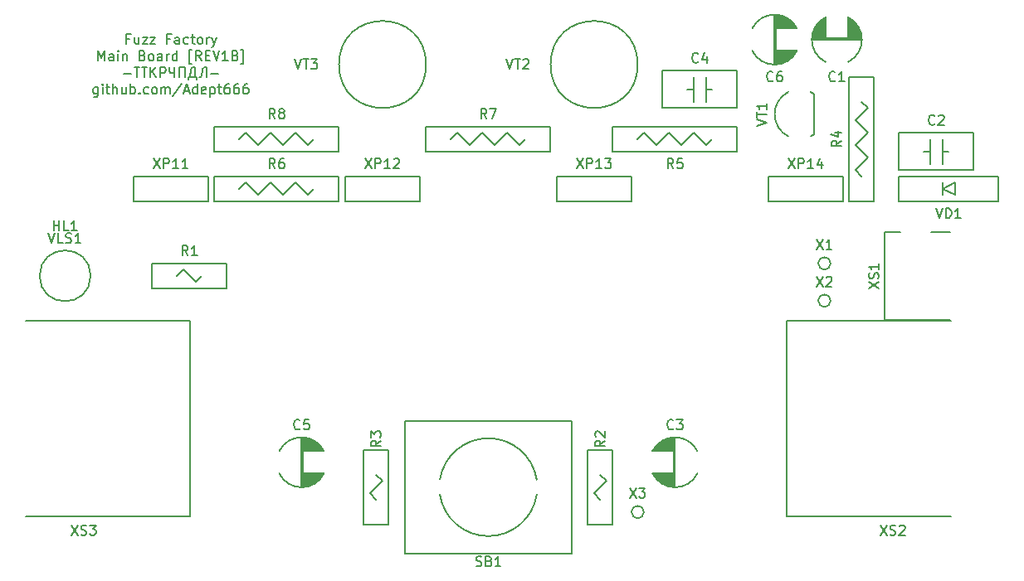
<source format=gbr>
G04 #@! TF.GenerationSoftware,KiCad,Pcbnew,5.1.6-c6e7f7d~87~ubuntu19.10.1*
G04 #@! TF.CreationDate,2021-07-04T19:22:05+06:00*
G04 #@! TF.ProjectId,fuzz_factory_r1b_r1b,66757a7a-5f66-4616-9374-6f72795f7231,MB:1B/PB:1B*
G04 #@! TF.SameCoordinates,Original*
G04 #@! TF.FileFunction,Legend,Top*
G04 #@! TF.FilePolarity,Positive*
%FSLAX46Y46*%
G04 Gerber Fmt 4.6, Leading zero omitted, Abs format (unit mm)*
G04 Created by KiCad (PCBNEW 5.1.6-c6e7f7d~87~ubuntu19.10.1) date 2021-07-04 19:22:05*
%MOMM*%
%LPD*%
G01*
G04 APERTURE LIST*
%ADD10C,0.200000*%
G04 APERTURE END LIST*
D10*
X110696904Y-90088571D02*
X110363571Y-90088571D01*
X110363571Y-90612380D02*
X110363571Y-89612380D01*
X110839761Y-89612380D01*
X111649285Y-89945714D02*
X111649285Y-90612380D01*
X111220714Y-89945714D02*
X111220714Y-90469523D01*
X111268333Y-90564761D01*
X111363571Y-90612380D01*
X111506428Y-90612380D01*
X111601666Y-90564761D01*
X111649285Y-90517142D01*
X112030238Y-89945714D02*
X112554047Y-89945714D01*
X112030238Y-90612380D01*
X112554047Y-90612380D01*
X112839761Y-89945714D02*
X113363571Y-89945714D01*
X112839761Y-90612380D01*
X113363571Y-90612380D01*
X114839761Y-90088571D02*
X114506428Y-90088571D01*
X114506428Y-90612380D02*
X114506428Y-89612380D01*
X114982619Y-89612380D01*
X115792142Y-90612380D02*
X115792142Y-90088571D01*
X115744523Y-89993333D01*
X115649285Y-89945714D01*
X115458809Y-89945714D01*
X115363571Y-89993333D01*
X115792142Y-90564761D02*
X115696904Y-90612380D01*
X115458809Y-90612380D01*
X115363571Y-90564761D01*
X115315952Y-90469523D01*
X115315952Y-90374285D01*
X115363571Y-90279047D01*
X115458809Y-90231428D01*
X115696904Y-90231428D01*
X115792142Y-90183809D01*
X116696904Y-90564761D02*
X116601666Y-90612380D01*
X116411190Y-90612380D01*
X116315952Y-90564761D01*
X116268333Y-90517142D01*
X116220714Y-90421904D01*
X116220714Y-90136190D01*
X116268333Y-90040952D01*
X116315952Y-89993333D01*
X116411190Y-89945714D01*
X116601666Y-89945714D01*
X116696904Y-89993333D01*
X116982619Y-89945714D02*
X117363571Y-89945714D01*
X117125476Y-89612380D02*
X117125476Y-90469523D01*
X117173095Y-90564761D01*
X117268333Y-90612380D01*
X117363571Y-90612380D01*
X117839761Y-90612380D02*
X117744523Y-90564761D01*
X117696904Y-90517142D01*
X117649285Y-90421904D01*
X117649285Y-90136190D01*
X117696904Y-90040952D01*
X117744523Y-89993333D01*
X117839761Y-89945714D01*
X117982619Y-89945714D01*
X118077857Y-89993333D01*
X118125476Y-90040952D01*
X118173095Y-90136190D01*
X118173095Y-90421904D01*
X118125476Y-90517142D01*
X118077857Y-90564761D01*
X117982619Y-90612380D01*
X117839761Y-90612380D01*
X118601666Y-90612380D02*
X118601666Y-89945714D01*
X118601666Y-90136190D02*
X118649285Y-90040952D01*
X118696904Y-89993333D01*
X118792142Y-89945714D01*
X118887380Y-89945714D01*
X119125476Y-89945714D02*
X119363571Y-90612380D01*
X119601666Y-89945714D02*
X119363571Y-90612380D01*
X119268333Y-90850476D01*
X119220714Y-90898095D01*
X119125476Y-90945714D01*
X107506428Y-92312380D02*
X107506428Y-91312380D01*
X107839761Y-92026666D01*
X108173095Y-91312380D01*
X108173095Y-92312380D01*
X109077857Y-92312380D02*
X109077857Y-91788571D01*
X109030238Y-91693333D01*
X108935000Y-91645714D01*
X108744523Y-91645714D01*
X108649285Y-91693333D01*
X109077857Y-92264761D02*
X108982619Y-92312380D01*
X108744523Y-92312380D01*
X108649285Y-92264761D01*
X108601666Y-92169523D01*
X108601666Y-92074285D01*
X108649285Y-91979047D01*
X108744523Y-91931428D01*
X108982619Y-91931428D01*
X109077857Y-91883809D01*
X109554047Y-92312380D02*
X109554047Y-91645714D01*
X109554047Y-91312380D02*
X109506428Y-91360000D01*
X109554047Y-91407619D01*
X109601666Y-91360000D01*
X109554047Y-91312380D01*
X109554047Y-91407619D01*
X110030238Y-91645714D02*
X110030238Y-92312380D01*
X110030238Y-91740952D02*
X110077857Y-91693333D01*
X110173095Y-91645714D01*
X110315952Y-91645714D01*
X110411190Y-91693333D01*
X110458809Y-91788571D01*
X110458809Y-92312380D01*
X112030238Y-91788571D02*
X112173095Y-91836190D01*
X112220714Y-91883809D01*
X112268333Y-91979047D01*
X112268333Y-92121904D01*
X112220714Y-92217142D01*
X112173095Y-92264761D01*
X112077857Y-92312380D01*
X111696904Y-92312380D01*
X111696904Y-91312380D01*
X112030238Y-91312380D01*
X112125476Y-91360000D01*
X112173095Y-91407619D01*
X112220714Y-91502857D01*
X112220714Y-91598095D01*
X112173095Y-91693333D01*
X112125476Y-91740952D01*
X112030238Y-91788571D01*
X111696904Y-91788571D01*
X112839761Y-92312380D02*
X112744523Y-92264761D01*
X112696904Y-92217142D01*
X112649285Y-92121904D01*
X112649285Y-91836190D01*
X112696904Y-91740952D01*
X112744523Y-91693333D01*
X112839761Y-91645714D01*
X112982619Y-91645714D01*
X113077857Y-91693333D01*
X113125476Y-91740952D01*
X113173095Y-91836190D01*
X113173095Y-92121904D01*
X113125476Y-92217142D01*
X113077857Y-92264761D01*
X112982619Y-92312380D01*
X112839761Y-92312380D01*
X114030238Y-92312380D02*
X114030238Y-91788571D01*
X113982619Y-91693333D01*
X113887380Y-91645714D01*
X113696904Y-91645714D01*
X113601666Y-91693333D01*
X114030238Y-92264761D02*
X113935000Y-92312380D01*
X113696904Y-92312380D01*
X113601666Y-92264761D01*
X113554047Y-92169523D01*
X113554047Y-92074285D01*
X113601666Y-91979047D01*
X113696904Y-91931428D01*
X113935000Y-91931428D01*
X114030238Y-91883809D01*
X114506428Y-92312380D02*
X114506428Y-91645714D01*
X114506428Y-91836190D02*
X114554047Y-91740952D01*
X114601666Y-91693333D01*
X114696904Y-91645714D01*
X114792142Y-91645714D01*
X115554047Y-92312380D02*
X115554047Y-91312380D01*
X115554047Y-92264761D02*
X115458809Y-92312380D01*
X115268333Y-92312380D01*
X115173095Y-92264761D01*
X115125476Y-92217142D01*
X115077857Y-92121904D01*
X115077857Y-91836190D01*
X115125476Y-91740952D01*
X115173095Y-91693333D01*
X115268333Y-91645714D01*
X115458809Y-91645714D01*
X115554047Y-91693333D01*
X117077857Y-92645714D02*
X116839761Y-92645714D01*
X116839761Y-91217142D01*
X117077857Y-91217142D01*
X118030238Y-92312380D02*
X117696904Y-91836190D01*
X117458809Y-92312380D02*
X117458809Y-91312380D01*
X117839761Y-91312380D01*
X117935000Y-91360000D01*
X117982619Y-91407619D01*
X118030238Y-91502857D01*
X118030238Y-91645714D01*
X117982619Y-91740952D01*
X117935000Y-91788571D01*
X117839761Y-91836190D01*
X117458809Y-91836190D01*
X118458809Y-91788571D02*
X118792142Y-91788571D01*
X118935000Y-92312380D02*
X118458809Y-92312380D01*
X118458809Y-91312380D01*
X118935000Y-91312380D01*
X119220714Y-91312380D02*
X119554047Y-92312380D01*
X119887380Y-91312380D01*
X120744523Y-92312380D02*
X120173095Y-92312380D01*
X120458809Y-92312380D02*
X120458809Y-91312380D01*
X120363571Y-91455238D01*
X120268333Y-91550476D01*
X120173095Y-91598095D01*
X121506428Y-91788571D02*
X121649285Y-91836190D01*
X121696904Y-91883809D01*
X121744523Y-91979047D01*
X121744523Y-92121904D01*
X121696904Y-92217142D01*
X121649285Y-92264761D01*
X121554047Y-92312380D01*
X121173095Y-92312380D01*
X121173095Y-91312380D01*
X121506428Y-91312380D01*
X121601666Y-91360000D01*
X121649285Y-91407619D01*
X121696904Y-91502857D01*
X121696904Y-91598095D01*
X121649285Y-91693333D01*
X121601666Y-91740952D01*
X121506428Y-91788571D01*
X121173095Y-91788571D01*
X122077857Y-92645714D02*
X122315952Y-92645714D01*
X122315952Y-91217142D01*
X122077857Y-91217142D01*
X110077857Y-93631428D02*
X110839761Y-93631428D01*
X111173095Y-93012380D02*
X111744523Y-93012380D01*
X111458809Y-94012380D02*
X111458809Y-93012380D01*
X111935000Y-93012380D02*
X112506428Y-93012380D01*
X112220714Y-94012380D02*
X112220714Y-93012380D01*
X112839761Y-94012380D02*
X112839761Y-93012380D01*
X113411190Y-94012380D02*
X112982619Y-93440952D01*
X113411190Y-93012380D02*
X112839761Y-93583809D01*
X113839761Y-94012380D02*
X113839761Y-93012380D01*
X114220714Y-93012380D01*
X114315952Y-93060000D01*
X114363571Y-93107619D01*
X114411190Y-93202857D01*
X114411190Y-93345714D01*
X114363571Y-93440952D01*
X114315952Y-93488571D01*
X114220714Y-93536190D01*
X113839761Y-93536190D01*
X115315952Y-93012380D02*
X115315952Y-94012380D01*
X114792142Y-93012380D02*
X114792142Y-93393333D01*
X114839761Y-93488571D01*
X114887380Y-93536190D01*
X114982619Y-93583809D01*
X115315952Y-93583809D01*
X115792142Y-94012380D02*
X115792142Y-93012380D01*
X116363571Y-93012380D01*
X116363571Y-94012380D01*
X117601666Y-94250476D02*
X117601666Y-94012380D01*
X116744523Y-94012380D01*
X116744523Y-94250476D01*
X117411190Y-94012380D02*
X117411190Y-93012380D01*
X117173095Y-93012380D01*
X117077857Y-93060000D01*
X117030238Y-93107619D01*
X116982619Y-93202857D01*
X116887380Y-94012380D01*
X118554047Y-94012380D02*
X118554047Y-93012380D01*
X118411190Y-93012380D01*
X118268333Y-93060000D01*
X118173095Y-93155238D01*
X118125476Y-93298095D01*
X118030238Y-93869523D01*
X117982619Y-93964761D01*
X117887380Y-94012380D01*
X117839761Y-94012380D01*
X119030238Y-93631428D02*
X119792142Y-93631428D01*
X107482619Y-95045714D02*
X107482619Y-95855238D01*
X107435000Y-95950476D01*
X107387380Y-95998095D01*
X107292142Y-96045714D01*
X107149285Y-96045714D01*
X107054047Y-95998095D01*
X107482619Y-95664761D02*
X107387380Y-95712380D01*
X107196904Y-95712380D01*
X107101666Y-95664761D01*
X107054047Y-95617142D01*
X107006428Y-95521904D01*
X107006428Y-95236190D01*
X107054047Y-95140952D01*
X107101666Y-95093333D01*
X107196904Y-95045714D01*
X107387380Y-95045714D01*
X107482619Y-95093333D01*
X107958809Y-95712380D02*
X107958809Y-95045714D01*
X107958809Y-94712380D02*
X107911190Y-94760000D01*
X107958809Y-94807619D01*
X108006428Y-94760000D01*
X107958809Y-94712380D01*
X107958809Y-94807619D01*
X108292142Y-95045714D02*
X108673095Y-95045714D01*
X108435000Y-94712380D02*
X108435000Y-95569523D01*
X108482619Y-95664761D01*
X108577857Y-95712380D01*
X108673095Y-95712380D01*
X109006428Y-95712380D02*
X109006428Y-94712380D01*
X109435000Y-95712380D02*
X109435000Y-95188571D01*
X109387380Y-95093333D01*
X109292142Y-95045714D01*
X109149285Y-95045714D01*
X109054047Y-95093333D01*
X109006428Y-95140952D01*
X110339761Y-95045714D02*
X110339761Y-95712380D01*
X109911190Y-95045714D02*
X109911190Y-95569523D01*
X109958809Y-95664761D01*
X110054047Y-95712380D01*
X110196904Y-95712380D01*
X110292142Y-95664761D01*
X110339761Y-95617142D01*
X110815952Y-95712380D02*
X110815952Y-94712380D01*
X110815952Y-95093333D02*
X110911190Y-95045714D01*
X111101666Y-95045714D01*
X111196904Y-95093333D01*
X111244523Y-95140952D01*
X111292142Y-95236190D01*
X111292142Y-95521904D01*
X111244523Y-95617142D01*
X111196904Y-95664761D01*
X111101666Y-95712380D01*
X110911190Y-95712380D01*
X110815952Y-95664761D01*
X111720714Y-95617142D02*
X111768333Y-95664761D01*
X111720714Y-95712380D01*
X111673095Y-95664761D01*
X111720714Y-95617142D01*
X111720714Y-95712380D01*
X112625476Y-95664761D02*
X112530238Y-95712380D01*
X112339761Y-95712380D01*
X112244523Y-95664761D01*
X112196904Y-95617142D01*
X112149285Y-95521904D01*
X112149285Y-95236190D01*
X112196904Y-95140952D01*
X112244523Y-95093333D01*
X112339761Y-95045714D01*
X112530238Y-95045714D01*
X112625476Y-95093333D01*
X113196904Y-95712380D02*
X113101666Y-95664761D01*
X113054047Y-95617142D01*
X113006428Y-95521904D01*
X113006428Y-95236190D01*
X113054047Y-95140952D01*
X113101666Y-95093333D01*
X113196904Y-95045714D01*
X113339761Y-95045714D01*
X113435000Y-95093333D01*
X113482619Y-95140952D01*
X113530238Y-95236190D01*
X113530238Y-95521904D01*
X113482619Y-95617142D01*
X113435000Y-95664761D01*
X113339761Y-95712380D01*
X113196904Y-95712380D01*
X113958809Y-95712380D02*
X113958809Y-95045714D01*
X113958809Y-95140952D02*
X114006428Y-95093333D01*
X114101666Y-95045714D01*
X114244523Y-95045714D01*
X114339761Y-95093333D01*
X114387380Y-95188571D01*
X114387380Y-95712380D01*
X114387380Y-95188571D02*
X114435000Y-95093333D01*
X114530238Y-95045714D01*
X114673095Y-95045714D01*
X114768333Y-95093333D01*
X114815952Y-95188571D01*
X114815952Y-95712380D01*
X116006428Y-94664761D02*
X115149285Y-95950476D01*
X116292142Y-95426666D02*
X116768333Y-95426666D01*
X116196904Y-95712380D02*
X116530238Y-94712380D01*
X116863571Y-95712380D01*
X117625476Y-95712380D02*
X117625476Y-94712380D01*
X117625476Y-95664761D02*
X117530238Y-95712380D01*
X117339761Y-95712380D01*
X117244523Y-95664761D01*
X117196904Y-95617142D01*
X117149285Y-95521904D01*
X117149285Y-95236190D01*
X117196904Y-95140952D01*
X117244523Y-95093333D01*
X117339761Y-95045714D01*
X117530238Y-95045714D01*
X117625476Y-95093333D01*
X118482619Y-95664761D02*
X118387380Y-95712380D01*
X118196904Y-95712380D01*
X118101666Y-95664761D01*
X118054047Y-95569523D01*
X118054047Y-95188571D01*
X118101666Y-95093333D01*
X118196904Y-95045714D01*
X118387380Y-95045714D01*
X118482619Y-95093333D01*
X118530238Y-95188571D01*
X118530238Y-95283809D01*
X118054047Y-95379047D01*
X118958809Y-95045714D02*
X118958809Y-96045714D01*
X118958809Y-95093333D02*
X119054047Y-95045714D01*
X119244523Y-95045714D01*
X119339761Y-95093333D01*
X119387380Y-95140952D01*
X119435000Y-95236190D01*
X119435000Y-95521904D01*
X119387380Y-95617142D01*
X119339761Y-95664761D01*
X119244523Y-95712380D01*
X119054047Y-95712380D01*
X118958809Y-95664761D01*
X119720714Y-95045714D02*
X120101666Y-95045714D01*
X119863571Y-94712380D02*
X119863571Y-95569523D01*
X119911190Y-95664761D01*
X120006428Y-95712380D01*
X120101666Y-95712380D01*
X120863571Y-94712380D02*
X120673095Y-94712380D01*
X120577857Y-94760000D01*
X120530238Y-94807619D01*
X120435000Y-94950476D01*
X120387380Y-95140952D01*
X120387380Y-95521904D01*
X120435000Y-95617142D01*
X120482619Y-95664761D01*
X120577857Y-95712380D01*
X120768333Y-95712380D01*
X120863571Y-95664761D01*
X120911190Y-95617142D01*
X120958809Y-95521904D01*
X120958809Y-95283809D01*
X120911190Y-95188571D01*
X120863571Y-95140952D01*
X120768333Y-95093333D01*
X120577857Y-95093333D01*
X120482619Y-95140952D01*
X120435000Y-95188571D01*
X120387380Y-95283809D01*
X121815952Y-94712380D02*
X121625476Y-94712380D01*
X121530238Y-94760000D01*
X121482619Y-94807619D01*
X121387380Y-94950476D01*
X121339761Y-95140952D01*
X121339761Y-95521904D01*
X121387380Y-95617142D01*
X121435000Y-95664761D01*
X121530238Y-95712380D01*
X121720714Y-95712380D01*
X121815952Y-95664761D01*
X121863571Y-95617142D01*
X121911190Y-95521904D01*
X121911190Y-95283809D01*
X121863571Y-95188571D01*
X121815952Y-95140952D01*
X121720714Y-95093333D01*
X121530238Y-95093333D01*
X121435000Y-95140952D01*
X121387380Y-95188571D01*
X121339761Y-95283809D01*
X122768333Y-94712380D02*
X122577857Y-94712380D01*
X122482619Y-94760000D01*
X122435000Y-94807619D01*
X122339761Y-94950476D01*
X122292142Y-95140952D01*
X122292142Y-95521904D01*
X122339761Y-95617142D01*
X122387380Y-95664761D01*
X122482619Y-95712380D01*
X122673095Y-95712380D01*
X122768333Y-95664761D01*
X122815952Y-95617142D01*
X122863571Y-95521904D01*
X122863571Y-95283809D01*
X122815952Y-95188571D01*
X122768333Y-95140952D01*
X122673095Y-95093333D01*
X122482619Y-95093333D01*
X122387380Y-95140952D01*
X122339761Y-95188571D01*
X122292142Y-95283809D01*
X111125000Y-106680000D02*
X111125000Y-104140000D01*
X118745000Y-106680000D02*
X118745000Y-104140000D01*
X118745000Y-104140000D02*
X111125000Y-104140000D01*
X118745000Y-106680000D02*
X111125000Y-106680000D01*
X159385000Y-135255000D02*
X158750000Y-134620000D01*
X158115000Y-136525000D02*
X159385000Y-135255000D01*
X158750000Y-137160000D02*
X158115000Y-136525000D01*
X157480000Y-132080000D02*
X160020000Y-132080000D01*
X157480000Y-139700000D02*
X160020000Y-139700000D01*
X160020000Y-139700000D02*
X160020000Y-132080000D01*
X157480000Y-139700000D02*
X157480000Y-132080000D01*
G36*
X128270000Y-130810000D02*
G01*
X129032000Y-130937000D01*
X130175000Y-131699000D01*
X130556000Y-132207000D01*
X128397000Y-132207000D01*
X128397000Y-134493000D01*
X130556000Y-134493000D01*
X130175000Y-135001000D01*
X129032000Y-135763000D01*
X128270000Y-135890000D01*
X128270000Y-130810000D01*
G37*
X128270000Y-130810000D02*
X129032000Y-130937000D01*
X130175000Y-131699000D01*
X130556000Y-132207000D01*
X128397000Y-132207000D01*
X128397000Y-134493000D01*
X130556000Y-134493000D01*
X130175000Y-135001000D01*
X129032000Y-135763000D01*
X128270000Y-135890000D01*
X128270000Y-130810000D01*
X130555998Y-134493000D02*
G75*
G02*
X125984001Y-134492999I-2285998J1143000D01*
G01*
X125984002Y-132207000D02*
G75*
G02*
X130555999Y-132207001I2285998J-1143000D01*
G01*
G36*
X166370000Y-135890000D02*
G01*
X165608000Y-135763000D01*
X164465000Y-135001000D01*
X164084000Y-134493000D01*
X166243000Y-134493000D01*
X166243000Y-132207000D01*
X164084000Y-132207000D01*
X164465000Y-131699000D01*
X165608000Y-130937000D01*
X166370000Y-130810000D01*
X166370000Y-135890000D01*
G37*
X166370000Y-135890000D02*
X165608000Y-135763000D01*
X164465000Y-135001000D01*
X164084000Y-134493000D01*
X166243000Y-134493000D01*
X166243000Y-132207000D01*
X164084000Y-132207000D01*
X164465000Y-131699000D01*
X165608000Y-130937000D01*
X166370000Y-130810000D01*
X166370000Y-135890000D01*
X164084002Y-132207000D02*
G75*
G02*
X168655999Y-132207001I2285998J-1143000D01*
G01*
X168655998Y-134493000D02*
G75*
G02*
X164084001Y-134492999I-2285998J1143000D01*
G01*
G36*
X176530000Y-87630000D02*
G01*
X177292000Y-87757000D01*
X178435000Y-88519000D01*
X178816000Y-89027000D01*
X176657000Y-89027000D01*
X176657000Y-91313000D01*
X178816000Y-91313000D01*
X178435000Y-91821000D01*
X177292000Y-92583000D01*
X176530000Y-92710000D01*
X176530000Y-87630000D01*
G37*
X176530000Y-87630000D02*
X177292000Y-87757000D01*
X178435000Y-88519000D01*
X178816000Y-89027000D01*
X176657000Y-89027000D01*
X176657000Y-91313000D01*
X178816000Y-91313000D01*
X178435000Y-91821000D01*
X177292000Y-92583000D01*
X176530000Y-92710000D01*
X176530000Y-87630000D01*
X178815998Y-91313000D02*
G75*
G02*
X174244001Y-91312999I-2285998J1143000D01*
G01*
X174244002Y-89027000D02*
G75*
G02*
X178815999Y-89027001I2285998J-1143000D01*
G01*
X136525000Y-135255000D02*
X135890000Y-134620000D01*
X135255000Y-136525000D02*
X136525000Y-135255000D01*
X135890000Y-137160000D02*
X135255000Y-136525000D01*
X134620000Y-132080000D02*
X137160000Y-132080000D01*
X134620000Y-139700000D02*
X137160000Y-139700000D01*
X137160000Y-139700000D02*
X137160000Y-132080000D01*
X134620000Y-139700000D02*
X134620000Y-132080000D01*
X128905000Y-100965000D02*
X129540000Y-100330000D01*
X127635000Y-99695000D02*
X128905000Y-100965000D01*
X126365000Y-100965000D02*
X127635000Y-99695000D01*
X125095000Y-99695000D02*
X126365000Y-100965000D01*
X123825000Y-100965000D02*
X125095000Y-99695000D01*
X122555000Y-99695000D02*
X123825000Y-100965000D01*
X121920000Y-100330000D02*
X122555000Y-99695000D01*
X132080000Y-99060000D02*
X132080000Y-101600000D01*
X119380000Y-99060000D02*
X119380000Y-101600000D01*
X119380000Y-101600000D02*
X132080000Y-101600000D01*
X119380000Y-99060000D02*
X132080000Y-99060000D01*
X144145000Y-99695000D02*
X143510000Y-100330000D01*
X145415000Y-100965000D02*
X144145000Y-99695000D01*
X146685000Y-99695000D02*
X145415000Y-100965000D01*
X147955000Y-100965000D02*
X146685000Y-99695000D01*
X149225000Y-99695000D02*
X147955000Y-100965000D01*
X150495000Y-100965000D02*
X149225000Y-99695000D01*
X151130000Y-100330000D02*
X150495000Y-100965000D01*
X140970000Y-101600000D02*
X140970000Y-99060000D01*
X153670000Y-101600000D02*
X153670000Y-99060000D01*
X153670000Y-99060000D02*
X140970000Y-99060000D01*
X153670000Y-101600000D02*
X140970000Y-101600000D01*
X122555000Y-104775000D02*
X121920000Y-105410000D01*
X123825000Y-106045000D02*
X122555000Y-104775000D01*
X125095000Y-104775000D02*
X123825000Y-106045000D01*
X126365000Y-106045000D02*
X125095000Y-104775000D01*
X127635000Y-104775000D02*
X126365000Y-106045000D01*
X128905000Y-106045000D02*
X127635000Y-104775000D01*
X129540000Y-105410000D02*
X128905000Y-106045000D01*
X119380000Y-106680000D02*
X119380000Y-104140000D01*
X132080000Y-106680000D02*
X132080000Y-104140000D01*
X132080000Y-104140000D02*
X119380000Y-104140000D01*
X132080000Y-106680000D02*
X119380000Y-106680000D01*
X163195000Y-99695000D02*
X162560000Y-100330000D01*
X164465000Y-100965000D02*
X163195000Y-99695000D01*
X165735000Y-99695000D02*
X164465000Y-100965000D01*
X167005000Y-100965000D02*
X165735000Y-99695000D01*
X168275000Y-99695000D02*
X167005000Y-100965000D01*
X169545000Y-100965000D02*
X168275000Y-99695000D01*
X170180000Y-100330000D02*
X169545000Y-100965000D01*
X160020000Y-101600000D02*
X160020000Y-99060000D01*
X172720000Y-101600000D02*
X172720000Y-99060000D01*
X172720000Y-99060000D02*
X160020000Y-99060000D01*
X172720000Y-101600000D02*
X160020000Y-101600000D01*
X186055000Y-97155000D02*
X185420000Y-96520000D01*
X184785000Y-98425000D02*
X186055000Y-97155000D01*
X186055000Y-99695000D02*
X184785000Y-98425000D01*
X184785000Y-100965000D02*
X186055000Y-99695000D01*
X186055000Y-102235000D02*
X184785000Y-100965000D01*
X184785000Y-103505000D02*
X186055000Y-102235000D01*
X185420000Y-104140000D02*
X184785000Y-103505000D01*
X184150000Y-93980000D02*
X186690000Y-93980000D01*
X184150000Y-106680000D02*
X186690000Y-106680000D01*
X186690000Y-106680000D02*
X186690000Y-93980000D01*
X184150000Y-106680000D02*
X184150000Y-93980000D01*
X168275000Y-96520000D02*
X168275000Y-93980000D01*
X169545000Y-96520000D02*
X169545000Y-93980000D01*
X168275000Y-95250000D02*
X167640000Y-95250000D01*
X170180000Y-95250000D02*
X169545000Y-95250000D01*
X165100000Y-97155000D02*
X165100000Y-93345000D01*
X172720000Y-97155000D02*
X172720000Y-93345000D01*
X172720000Y-93345000D02*
X165100000Y-93345000D01*
X172720000Y-97155000D02*
X165100000Y-97155000D01*
X154305000Y-106680000D02*
X154305000Y-104140000D01*
X161925000Y-106680000D02*
X161925000Y-104140000D01*
X161925000Y-104140000D02*
X154305000Y-104140000D01*
X161925000Y-106680000D02*
X154305000Y-106680000D01*
X175895000Y-106680000D02*
X175895000Y-104140000D01*
X183515000Y-106680000D02*
X183515000Y-104140000D01*
X183515000Y-104140000D02*
X175895000Y-104140000D01*
X183515000Y-106680000D02*
X175895000Y-106680000D01*
X132715000Y-106680000D02*
X132715000Y-104140000D01*
X140335000Y-106680000D02*
X140335000Y-104140000D01*
X140335000Y-104140000D02*
X132715000Y-104140000D01*
X140335000Y-106680000D02*
X132715000Y-106680000D01*
X187730000Y-118800000D02*
X187730000Y-109800000D01*
X187730000Y-118800000D02*
X194430000Y-118800000D01*
X192532000Y-109800000D02*
X194430000Y-109800000D01*
X187730000Y-109800000D02*
X189357000Y-109800000D01*
X140970000Y-92710000D02*
G75*
G03*
X140970000Y-92710000I-4445000J0D01*
G01*
X162560000Y-92710000D02*
G75*
G03*
X162560000Y-92710000I-4445000J0D01*
G01*
X180594000Y-99822000D02*
X180594000Y-95758000D01*
X177932692Y-100061152D02*
G75*
G02*
X176530000Y-97790000I1137308J2271152D01*
G01*
X177932692Y-95518848D02*
G75*
G03*
X176530000Y-97790000I1137308J-2271152D01*
G01*
X180205922Y-95518155D02*
G75*
G02*
X180594000Y-95758000I-1135922J-2271845D01*
G01*
X180206115Y-100061749D02*
G75*
G03*
X180594000Y-99822000I-1136115J2271749D01*
G01*
X116885000Y-118905000D02*
X116885000Y-138905000D01*
X116885000Y-118905000D02*
X100085000Y-118905000D01*
X116885000Y-138905000D02*
X100085000Y-138905000D01*
X177755000Y-138905000D02*
X177755000Y-118905000D01*
X177755000Y-138905000D02*
X194555000Y-138905000D01*
X177755000Y-118905000D02*
X194555000Y-118905000D01*
X193675000Y-106045000D02*
X193675000Y-104775000D01*
X194945000Y-104775000D02*
X193675000Y-105410000D01*
X194945000Y-106045000D02*
X193675000Y-105410000D01*
X194945000Y-106045000D02*
X194945000Y-104775000D01*
X189230000Y-106680000D02*
X189230000Y-104140000D01*
X199390000Y-106680000D02*
X199390000Y-104140000D01*
X199390000Y-104140000D02*
X189230000Y-104140000D01*
X199390000Y-106680000D02*
X189230000Y-106680000D01*
G36*
X180340000Y-90170000D02*
G01*
X180467000Y-89408000D01*
X181229000Y-88265000D01*
X181737000Y-87884000D01*
X181737000Y-90043000D01*
X184023000Y-90043000D01*
X184023000Y-87884000D01*
X184531000Y-88265000D01*
X185293000Y-89408000D01*
X185420000Y-90170000D01*
X180340000Y-90170000D01*
G37*
X180340000Y-90170000D02*
X180467000Y-89408000D01*
X181229000Y-88265000D01*
X181737000Y-87884000D01*
X181737000Y-90043000D01*
X184023000Y-90043000D01*
X184023000Y-87884000D01*
X184531000Y-88265000D01*
X185293000Y-89408000D01*
X185420000Y-90170000D01*
X180340000Y-90170000D01*
X184023000Y-87884002D02*
G75*
G02*
X184022999Y-92455999I-1143000J-2285998D01*
G01*
X181737000Y-92455998D02*
G75*
G02*
X181737001Y-87884001I1143000J2285998D01*
G01*
X163195000Y-138430000D02*
G75*
G03*
X163195000Y-138430000I-635000J0D01*
G01*
X193675000Y-100330000D02*
X193675000Y-102870000D01*
X192405000Y-100330000D02*
X192405000Y-102870000D01*
X193675000Y-101600000D02*
X194310000Y-101600000D01*
X191770000Y-101600000D02*
X192405000Y-101600000D01*
X196850000Y-99695000D02*
X196850000Y-103505000D01*
X189230000Y-99695000D02*
X189230000Y-103505000D01*
X189230000Y-103505000D02*
X196850000Y-103505000D01*
X189230000Y-99695000D02*
X196850000Y-99695000D01*
X182245000Y-116840000D02*
G75*
G03*
X182245000Y-116840000I-635000J0D01*
G01*
X106740000Y-114300000D02*
G75*
G03*
X106740000Y-114300000I-2600000J0D01*
G01*
X117475000Y-114935000D02*
X118110000Y-114300000D01*
X116205000Y-113665000D02*
X117475000Y-114935000D01*
X115570000Y-114300000D02*
X116205000Y-113665000D01*
X120650000Y-113030000D02*
X120650000Y-115570000D01*
X113030000Y-113030000D02*
X113030000Y-115570000D01*
X113030000Y-115570000D02*
X120650000Y-115570000D01*
X113030000Y-113030000D02*
X120650000Y-113030000D01*
X182245000Y-113030000D02*
G75*
G03*
X182245000Y-113030000I-635000J0D01*
G01*
X138820000Y-129140000D02*
X155820000Y-129140000D01*
X138820000Y-142640000D02*
X155820000Y-142640000D01*
X138820000Y-129140000D02*
X138820000Y-142640000D01*
X155820000Y-129140000D02*
X155820000Y-142640000D01*
X152262469Y-135133696D02*
G75*
G03*
X147320000Y-130890000I-4942469J-756304D01*
G01*
X142378142Y-136650286D02*
G75*
G03*
X147320000Y-140890000I4941858J760286D01*
G01*
X152262469Y-136646304D02*
G75*
G02*
X147320000Y-140890000I-4942469J756304D01*
G01*
X142378142Y-135129714D02*
G75*
G02*
X147320000Y-130890000I4941858J-760286D01*
G01*
X113149285Y-102322380D02*
X113815952Y-103322380D01*
X113815952Y-102322380D02*
X113149285Y-103322380D01*
X114196904Y-103322380D02*
X114196904Y-102322380D01*
X114577857Y-102322380D01*
X114673095Y-102370000D01*
X114720714Y-102417619D01*
X114768333Y-102512857D01*
X114768333Y-102655714D01*
X114720714Y-102750952D01*
X114673095Y-102798571D01*
X114577857Y-102846190D01*
X114196904Y-102846190D01*
X115720714Y-103322380D02*
X115149285Y-103322380D01*
X115435000Y-103322380D02*
X115435000Y-102322380D01*
X115339761Y-102465238D01*
X115244523Y-102560476D01*
X115149285Y-102608095D01*
X116673095Y-103322380D02*
X116101666Y-103322380D01*
X116387380Y-103322380D02*
X116387380Y-102322380D01*
X116292142Y-102465238D01*
X116196904Y-102560476D01*
X116101666Y-102608095D01*
X159202380Y-131140476D02*
X158726190Y-131473809D01*
X159202380Y-131711904D02*
X158202380Y-131711904D01*
X158202380Y-131330952D01*
X158250000Y-131235714D01*
X158297619Y-131188095D01*
X158392857Y-131140476D01*
X158535714Y-131140476D01*
X158630952Y-131188095D01*
X158678571Y-131235714D01*
X158726190Y-131330952D01*
X158726190Y-131711904D01*
X158297619Y-130759523D02*
X158250000Y-130711904D01*
X158202380Y-130616666D01*
X158202380Y-130378571D01*
X158250000Y-130283333D01*
X158297619Y-130235714D01*
X158392857Y-130188095D01*
X158488095Y-130188095D01*
X158630952Y-130235714D01*
X159202380Y-130807142D01*
X159202380Y-130188095D01*
X128103333Y-129897142D02*
X128055714Y-129944761D01*
X127912857Y-129992380D01*
X127817619Y-129992380D01*
X127674761Y-129944761D01*
X127579523Y-129849523D01*
X127531904Y-129754285D01*
X127484285Y-129563809D01*
X127484285Y-129420952D01*
X127531904Y-129230476D01*
X127579523Y-129135238D01*
X127674761Y-129040000D01*
X127817619Y-128992380D01*
X127912857Y-128992380D01*
X128055714Y-129040000D01*
X128103333Y-129087619D01*
X129008095Y-128992380D02*
X128531904Y-128992380D01*
X128484285Y-129468571D01*
X128531904Y-129420952D01*
X128627142Y-129373333D01*
X128865238Y-129373333D01*
X128960476Y-129420952D01*
X129008095Y-129468571D01*
X129055714Y-129563809D01*
X129055714Y-129801904D01*
X129008095Y-129897142D01*
X128960476Y-129944761D01*
X128865238Y-129992380D01*
X128627142Y-129992380D01*
X128531904Y-129944761D01*
X128484285Y-129897142D01*
X166203333Y-129897142D02*
X166155714Y-129944761D01*
X166012857Y-129992380D01*
X165917619Y-129992380D01*
X165774761Y-129944761D01*
X165679523Y-129849523D01*
X165631904Y-129754285D01*
X165584285Y-129563809D01*
X165584285Y-129420952D01*
X165631904Y-129230476D01*
X165679523Y-129135238D01*
X165774761Y-129040000D01*
X165917619Y-128992380D01*
X166012857Y-128992380D01*
X166155714Y-129040000D01*
X166203333Y-129087619D01*
X166536666Y-128992380D02*
X167155714Y-128992380D01*
X166822380Y-129373333D01*
X166965238Y-129373333D01*
X167060476Y-129420952D01*
X167108095Y-129468571D01*
X167155714Y-129563809D01*
X167155714Y-129801904D01*
X167108095Y-129897142D01*
X167060476Y-129944761D01*
X166965238Y-129992380D01*
X166679523Y-129992380D01*
X166584285Y-129944761D01*
X166536666Y-129897142D01*
X176363333Y-94337142D02*
X176315714Y-94384761D01*
X176172857Y-94432380D01*
X176077619Y-94432380D01*
X175934761Y-94384761D01*
X175839523Y-94289523D01*
X175791904Y-94194285D01*
X175744285Y-94003809D01*
X175744285Y-93860952D01*
X175791904Y-93670476D01*
X175839523Y-93575238D01*
X175934761Y-93480000D01*
X176077619Y-93432380D01*
X176172857Y-93432380D01*
X176315714Y-93480000D01*
X176363333Y-93527619D01*
X177220476Y-93432380D02*
X177030000Y-93432380D01*
X176934761Y-93480000D01*
X176887142Y-93527619D01*
X176791904Y-93670476D01*
X176744285Y-93860952D01*
X176744285Y-94241904D01*
X176791904Y-94337142D01*
X176839523Y-94384761D01*
X176934761Y-94432380D01*
X177125238Y-94432380D01*
X177220476Y-94384761D01*
X177268095Y-94337142D01*
X177315714Y-94241904D01*
X177315714Y-94003809D01*
X177268095Y-93908571D01*
X177220476Y-93860952D01*
X177125238Y-93813333D01*
X176934761Y-93813333D01*
X176839523Y-93860952D01*
X176791904Y-93908571D01*
X176744285Y-94003809D01*
X136342380Y-131140476D02*
X135866190Y-131473809D01*
X136342380Y-131711904D02*
X135342380Y-131711904D01*
X135342380Y-131330952D01*
X135390000Y-131235714D01*
X135437619Y-131188095D01*
X135532857Y-131140476D01*
X135675714Y-131140476D01*
X135770952Y-131188095D01*
X135818571Y-131235714D01*
X135866190Y-131330952D01*
X135866190Y-131711904D01*
X135342380Y-130807142D02*
X135342380Y-130188095D01*
X135723333Y-130521428D01*
X135723333Y-130378571D01*
X135770952Y-130283333D01*
X135818571Y-130235714D01*
X135913809Y-130188095D01*
X136151904Y-130188095D01*
X136247142Y-130235714D01*
X136294761Y-130283333D01*
X136342380Y-130378571D01*
X136342380Y-130664285D01*
X136294761Y-130759523D01*
X136247142Y-130807142D01*
X125563333Y-98242380D02*
X125230000Y-97766190D01*
X124991904Y-98242380D02*
X124991904Y-97242380D01*
X125372857Y-97242380D01*
X125468095Y-97290000D01*
X125515714Y-97337619D01*
X125563333Y-97432857D01*
X125563333Y-97575714D01*
X125515714Y-97670952D01*
X125468095Y-97718571D01*
X125372857Y-97766190D01*
X124991904Y-97766190D01*
X126134761Y-97670952D02*
X126039523Y-97623333D01*
X125991904Y-97575714D01*
X125944285Y-97480476D01*
X125944285Y-97432857D01*
X125991904Y-97337619D01*
X126039523Y-97290000D01*
X126134761Y-97242380D01*
X126325238Y-97242380D01*
X126420476Y-97290000D01*
X126468095Y-97337619D01*
X126515714Y-97432857D01*
X126515714Y-97480476D01*
X126468095Y-97575714D01*
X126420476Y-97623333D01*
X126325238Y-97670952D01*
X126134761Y-97670952D01*
X126039523Y-97718571D01*
X125991904Y-97766190D01*
X125944285Y-97861428D01*
X125944285Y-98051904D01*
X125991904Y-98147142D01*
X126039523Y-98194761D01*
X126134761Y-98242380D01*
X126325238Y-98242380D01*
X126420476Y-98194761D01*
X126468095Y-98147142D01*
X126515714Y-98051904D01*
X126515714Y-97861428D01*
X126468095Y-97766190D01*
X126420476Y-97718571D01*
X126325238Y-97670952D01*
X147153333Y-98242380D02*
X146820000Y-97766190D01*
X146581904Y-98242380D02*
X146581904Y-97242380D01*
X146962857Y-97242380D01*
X147058095Y-97290000D01*
X147105714Y-97337619D01*
X147153333Y-97432857D01*
X147153333Y-97575714D01*
X147105714Y-97670952D01*
X147058095Y-97718571D01*
X146962857Y-97766190D01*
X146581904Y-97766190D01*
X147486666Y-97242380D02*
X148153333Y-97242380D01*
X147724761Y-98242380D01*
X125563333Y-103322380D02*
X125230000Y-102846190D01*
X124991904Y-103322380D02*
X124991904Y-102322380D01*
X125372857Y-102322380D01*
X125468095Y-102370000D01*
X125515714Y-102417619D01*
X125563333Y-102512857D01*
X125563333Y-102655714D01*
X125515714Y-102750952D01*
X125468095Y-102798571D01*
X125372857Y-102846190D01*
X124991904Y-102846190D01*
X126420476Y-102322380D02*
X126230000Y-102322380D01*
X126134761Y-102370000D01*
X126087142Y-102417619D01*
X125991904Y-102560476D01*
X125944285Y-102750952D01*
X125944285Y-103131904D01*
X125991904Y-103227142D01*
X126039523Y-103274761D01*
X126134761Y-103322380D01*
X126325238Y-103322380D01*
X126420476Y-103274761D01*
X126468095Y-103227142D01*
X126515714Y-103131904D01*
X126515714Y-102893809D01*
X126468095Y-102798571D01*
X126420476Y-102750952D01*
X126325238Y-102703333D01*
X126134761Y-102703333D01*
X126039523Y-102750952D01*
X125991904Y-102798571D01*
X125944285Y-102893809D01*
X166203333Y-103322380D02*
X165870000Y-102846190D01*
X165631904Y-103322380D02*
X165631904Y-102322380D01*
X166012857Y-102322380D01*
X166108095Y-102370000D01*
X166155714Y-102417619D01*
X166203333Y-102512857D01*
X166203333Y-102655714D01*
X166155714Y-102750952D01*
X166108095Y-102798571D01*
X166012857Y-102846190D01*
X165631904Y-102846190D01*
X167108095Y-102322380D02*
X166631904Y-102322380D01*
X166584285Y-102798571D01*
X166631904Y-102750952D01*
X166727142Y-102703333D01*
X166965238Y-102703333D01*
X167060476Y-102750952D01*
X167108095Y-102798571D01*
X167155714Y-102893809D01*
X167155714Y-103131904D01*
X167108095Y-103227142D01*
X167060476Y-103274761D01*
X166965238Y-103322380D01*
X166727142Y-103322380D01*
X166631904Y-103274761D01*
X166584285Y-103227142D01*
X183332380Y-100496666D02*
X182856190Y-100830000D01*
X183332380Y-101068095D02*
X182332380Y-101068095D01*
X182332380Y-100687142D01*
X182380000Y-100591904D01*
X182427619Y-100544285D01*
X182522857Y-100496666D01*
X182665714Y-100496666D01*
X182760952Y-100544285D01*
X182808571Y-100591904D01*
X182856190Y-100687142D01*
X182856190Y-101068095D01*
X182665714Y-99639523D02*
X183332380Y-99639523D01*
X182284761Y-99877619D02*
X182999047Y-100115714D01*
X182999047Y-99496666D01*
X168743333Y-92432142D02*
X168695714Y-92479761D01*
X168552857Y-92527380D01*
X168457619Y-92527380D01*
X168314761Y-92479761D01*
X168219523Y-92384523D01*
X168171904Y-92289285D01*
X168124285Y-92098809D01*
X168124285Y-91955952D01*
X168171904Y-91765476D01*
X168219523Y-91670238D01*
X168314761Y-91575000D01*
X168457619Y-91527380D01*
X168552857Y-91527380D01*
X168695714Y-91575000D01*
X168743333Y-91622619D01*
X169600476Y-91860714D02*
X169600476Y-92527380D01*
X169362380Y-91479761D02*
X169124285Y-92194047D01*
X169743333Y-92194047D01*
X156329285Y-102322380D02*
X156995952Y-103322380D01*
X156995952Y-102322380D02*
X156329285Y-103322380D01*
X157376904Y-103322380D02*
X157376904Y-102322380D01*
X157757857Y-102322380D01*
X157853095Y-102370000D01*
X157900714Y-102417619D01*
X157948333Y-102512857D01*
X157948333Y-102655714D01*
X157900714Y-102750952D01*
X157853095Y-102798571D01*
X157757857Y-102846190D01*
X157376904Y-102846190D01*
X158900714Y-103322380D02*
X158329285Y-103322380D01*
X158615000Y-103322380D02*
X158615000Y-102322380D01*
X158519761Y-102465238D01*
X158424523Y-102560476D01*
X158329285Y-102608095D01*
X159234047Y-102322380D02*
X159853095Y-102322380D01*
X159519761Y-102703333D01*
X159662619Y-102703333D01*
X159757857Y-102750952D01*
X159805476Y-102798571D01*
X159853095Y-102893809D01*
X159853095Y-103131904D01*
X159805476Y-103227142D01*
X159757857Y-103274761D01*
X159662619Y-103322380D01*
X159376904Y-103322380D01*
X159281666Y-103274761D01*
X159234047Y-103227142D01*
X177919285Y-102322380D02*
X178585952Y-103322380D01*
X178585952Y-102322380D02*
X177919285Y-103322380D01*
X178966904Y-103322380D02*
X178966904Y-102322380D01*
X179347857Y-102322380D01*
X179443095Y-102370000D01*
X179490714Y-102417619D01*
X179538333Y-102512857D01*
X179538333Y-102655714D01*
X179490714Y-102750952D01*
X179443095Y-102798571D01*
X179347857Y-102846190D01*
X178966904Y-102846190D01*
X180490714Y-103322380D02*
X179919285Y-103322380D01*
X180205000Y-103322380D02*
X180205000Y-102322380D01*
X180109761Y-102465238D01*
X180014523Y-102560476D01*
X179919285Y-102608095D01*
X181347857Y-102655714D02*
X181347857Y-103322380D01*
X181109761Y-102274761D02*
X180871666Y-102989047D01*
X181490714Y-102989047D01*
X134739285Y-102322380D02*
X135405952Y-103322380D01*
X135405952Y-102322380D02*
X134739285Y-103322380D01*
X135786904Y-103322380D02*
X135786904Y-102322380D01*
X136167857Y-102322380D01*
X136263095Y-102370000D01*
X136310714Y-102417619D01*
X136358333Y-102512857D01*
X136358333Y-102655714D01*
X136310714Y-102750952D01*
X136263095Y-102798571D01*
X136167857Y-102846190D01*
X135786904Y-102846190D01*
X137310714Y-103322380D02*
X136739285Y-103322380D01*
X137025000Y-103322380D02*
X137025000Y-102322380D01*
X136929761Y-102465238D01*
X136834523Y-102560476D01*
X136739285Y-102608095D01*
X137691666Y-102417619D02*
X137739285Y-102370000D01*
X137834523Y-102322380D01*
X138072619Y-102322380D01*
X138167857Y-102370000D01*
X138215476Y-102417619D01*
X138263095Y-102512857D01*
X138263095Y-102608095D01*
X138215476Y-102750952D01*
X137644047Y-103322380D01*
X138263095Y-103322380D01*
X186142380Y-115585714D02*
X187142380Y-114919047D01*
X186142380Y-114919047D02*
X187142380Y-115585714D01*
X187094761Y-114585714D02*
X187142380Y-114442857D01*
X187142380Y-114204761D01*
X187094761Y-114109523D01*
X187047142Y-114061904D01*
X186951904Y-114014285D01*
X186856666Y-114014285D01*
X186761428Y-114061904D01*
X186713809Y-114109523D01*
X186666190Y-114204761D01*
X186618571Y-114395238D01*
X186570952Y-114490476D01*
X186523333Y-114538095D01*
X186428095Y-114585714D01*
X186332857Y-114585714D01*
X186237619Y-114538095D01*
X186190000Y-114490476D01*
X186142380Y-114395238D01*
X186142380Y-114157142D01*
X186190000Y-114014285D01*
X187142380Y-113061904D02*
X187142380Y-113633333D01*
X187142380Y-113347619D02*
X186142380Y-113347619D01*
X186285238Y-113442857D01*
X186380476Y-113538095D01*
X186428095Y-113633333D01*
X127568809Y-92162380D02*
X127902142Y-93162380D01*
X128235476Y-92162380D01*
X128425952Y-92162380D02*
X128997380Y-92162380D01*
X128711666Y-93162380D02*
X128711666Y-92162380D01*
X129235476Y-92162380D02*
X129854523Y-92162380D01*
X129521190Y-92543333D01*
X129664047Y-92543333D01*
X129759285Y-92590952D01*
X129806904Y-92638571D01*
X129854523Y-92733809D01*
X129854523Y-92971904D01*
X129806904Y-93067142D01*
X129759285Y-93114761D01*
X129664047Y-93162380D01*
X129378333Y-93162380D01*
X129283095Y-93114761D01*
X129235476Y-93067142D01*
X149158809Y-92162380D02*
X149492142Y-93162380D01*
X149825476Y-92162380D01*
X150015952Y-92162380D02*
X150587380Y-92162380D01*
X150301666Y-93162380D02*
X150301666Y-92162380D01*
X150873095Y-92257619D02*
X150920714Y-92210000D01*
X151015952Y-92162380D01*
X151254047Y-92162380D01*
X151349285Y-92210000D01*
X151396904Y-92257619D01*
X151444523Y-92352857D01*
X151444523Y-92448095D01*
X151396904Y-92590952D01*
X150825476Y-93162380D01*
X151444523Y-93162380D01*
X174712380Y-98980476D02*
X175712380Y-98647142D01*
X174712380Y-98313809D01*
X174712380Y-98123333D02*
X174712380Y-97551904D01*
X175712380Y-97837619D02*
X174712380Y-97837619D01*
X175712380Y-96694761D02*
X175712380Y-97266190D01*
X175712380Y-96980476D02*
X174712380Y-96980476D01*
X174855238Y-97075714D01*
X174950476Y-97170952D01*
X174998095Y-97266190D01*
X104759285Y-139787380D02*
X105425952Y-140787380D01*
X105425952Y-139787380D02*
X104759285Y-140787380D01*
X105759285Y-140739761D02*
X105902142Y-140787380D01*
X106140238Y-140787380D01*
X106235476Y-140739761D01*
X106283095Y-140692142D01*
X106330714Y-140596904D01*
X106330714Y-140501666D01*
X106283095Y-140406428D01*
X106235476Y-140358809D01*
X106140238Y-140311190D01*
X105949761Y-140263571D01*
X105854523Y-140215952D01*
X105806904Y-140168333D01*
X105759285Y-140073095D01*
X105759285Y-139977857D01*
X105806904Y-139882619D01*
X105854523Y-139835000D01*
X105949761Y-139787380D01*
X106187857Y-139787380D01*
X106330714Y-139835000D01*
X106664047Y-139787380D02*
X107283095Y-139787380D01*
X106949761Y-140168333D01*
X107092619Y-140168333D01*
X107187857Y-140215952D01*
X107235476Y-140263571D01*
X107283095Y-140358809D01*
X107283095Y-140596904D01*
X107235476Y-140692142D01*
X107187857Y-140739761D01*
X107092619Y-140787380D01*
X106806904Y-140787380D01*
X106711666Y-140739761D01*
X106664047Y-140692142D01*
X187309285Y-139787380D02*
X187975952Y-140787380D01*
X187975952Y-139787380D02*
X187309285Y-140787380D01*
X188309285Y-140739761D02*
X188452142Y-140787380D01*
X188690238Y-140787380D01*
X188785476Y-140739761D01*
X188833095Y-140692142D01*
X188880714Y-140596904D01*
X188880714Y-140501666D01*
X188833095Y-140406428D01*
X188785476Y-140358809D01*
X188690238Y-140311190D01*
X188499761Y-140263571D01*
X188404523Y-140215952D01*
X188356904Y-140168333D01*
X188309285Y-140073095D01*
X188309285Y-139977857D01*
X188356904Y-139882619D01*
X188404523Y-139835000D01*
X188499761Y-139787380D01*
X188737857Y-139787380D01*
X188880714Y-139835000D01*
X189261666Y-139882619D02*
X189309285Y-139835000D01*
X189404523Y-139787380D01*
X189642619Y-139787380D01*
X189737857Y-139835000D01*
X189785476Y-139882619D01*
X189833095Y-139977857D01*
X189833095Y-140073095D01*
X189785476Y-140215952D01*
X189214047Y-140787380D01*
X189833095Y-140787380D01*
X193000476Y-107402380D02*
X193333809Y-108402380D01*
X193667142Y-107402380D01*
X194000476Y-108402380D02*
X194000476Y-107402380D01*
X194238571Y-107402380D01*
X194381428Y-107450000D01*
X194476666Y-107545238D01*
X194524285Y-107640476D01*
X194571904Y-107830952D01*
X194571904Y-107973809D01*
X194524285Y-108164285D01*
X194476666Y-108259523D01*
X194381428Y-108354761D01*
X194238571Y-108402380D01*
X194000476Y-108402380D01*
X195524285Y-108402380D02*
X194952857Y-108402380D01*
X195238571Y-108402380D02*
X195238571Y-107402380D01*
X195143333Y-107545238D01*
X195048095Y-107640476D01*
X194952857Y-107688095D01*
X182713333Y-94337142D02*
X182665714Y-94384761D01*
X182522857Y-94432380D01*
X182427619Y-94432380D01*
X182284761Y-94384761D01*
X182189523Y-94289523D01*
X182141904Y-94194285D01*
X182094285Y-94003809D01*
X182094285Y-93860952D01*
X182141904Y-93670476D01*
X182189523Y-93575238D01*
X182284761Y-93480000D01*
X182427619Y-93432380D01*
X182522857Y-93432380D01*
X182665714Y-93480000D01*
X182713333Y-93527619D01*
X183665714Y-94432380D02*
X183094285Y-94432380D01*
X183380000Y-94432380D02*
X183380000Y-93432380D01*
X183284761Y-93575238D01*
X183189523Y-93670476D01*
X183094285Y-93718095D01*
X161750476Y-135977380D02*
X162417142Y-136977380D01*
X162417142Y-135977380D02*
X161750476Y-136977380D01*
X162702857Y-135977380D02*
X163321904Y-135977380D01*
X162988571Y-136358333D01*
X163131428Y-136358333D01*
X163226666Y-136405952D01*
X163274285Y-136453571D01*
X163321904Y-136548809D01*
X163321904Y-136786904D01*
X163274285Y-136882142D01*
X163226666Y-136929761D01*
X163131428Y-136977380D01*
X162845714Y-136977380D01*
X162750476Y-136929761D01*
X162702857Y-136882142D01*
X192873333Y-98782142D02*
X192825714Y-98829761D01*
X192682857Y-98877380D01*
X192587619Y-98877380D01*
X192444761Y-98829761D01*
X192349523Y-98734523D01*
X192301904Y-98639285D01*
X192254285Y-98448809D01*
X192254285Y-98305952D01*
X192301904Y-98115476D01*
X192349523Y-98020238D01*
X192444761Y-97925000D01*
X192587619Y-97877380D01*
X192682857Y-97877380D01*
X192825714Y-97925000D01*
X192873333Y-97972619D01*
X193254285Y-97972619D02*
X193301904Y-97925000D01*
X193397142Y-97877380D01*
X193635238Y-97877380D01*
X193730476Y-97925000D01*
X193778095Y-97972619D01*
X193825714Y-98067857D01*
X193825714Y-98163095D01*
X193778095Y-98305952D01*
X193206666Y-98877380D01*
X193825714Y-98877380D01*
X180800476Y-114387380D02*
X181467142Y-115387380D01*
X181467142Y-114387380D02*
X180800476Y-115387380D01*
X181800476Y-114482619D02*
X181848095Y-114435000D01*
X181943333Y-114387380D01*
X182181428Y-114387380D01*
X182276666Y-114435000D01*
X182324285Y-114482619D01*
X182371904Y-114577857D01*
X182371904Y-114673095D01*
X182324285Y-114815952D01*
X181752857Y-115387380D01*
X182371904Y-115387380D01*
X102449523Y-109942380D02*
X102782857Y-110942380D01*
X103116190Y-109942380D01*
X103925714Y-110942380D02*
X103449523Y-110942380D01*
X103449523Y-109942380D01*
X104211428Y-110894761D02*
X104354285Y-110942380D01*
X104592380Y-110942380D01*
X104687619Y-110894761D01*
X104735238Y-110847142D01*
X104782857Y-110751904D01*
X104782857Y-110656666D01*
X104735238Y-110561428D01*
X104687619Y-110513809D01*
X104592380Y-110466190D01*
X104401904Y-110418571D01*
X104306666Y-110370952D01*
X104259047Y-110323333D01*
X104211428Y-110228095D01*
X104211428Y-110132857D01*
X104259047Y-110037619D01*
X104306666Y-109990000D01*
X104401904Y-109942380D01*
X104640000Y-109942380D01*
X104782857Y-109990000D01*
X105735238Y-110942380D02*
X105163809Y-110942380D01*
X105449523Y-110942380D02*
X105449523Y-109942380D01*
X105354285Y-110085238D01*
X105259047Y-110180476D01*
X105163809Y-110228095D01*
X116673333Y-112212380D02*
X116340000Y-111736190D01*
X116101904Y-112212380D02*
X116101904Y-111212380D01*
X116482857Y-111212380D01*
X116578095Y-111260000D01*
X116625714Y-111307619D01*
X116673333Y-111402857D01*
X116673333Y-111545714D01*
X116625714Y-111640952D01*
X116578095Y-111688571D01*
X116482857Y-111736190D01*
X116101904Y-111736190D01*
X117625714Y-112212380D02*
X117054285Y-112212380D01*
X117340000Y-112212380D02*
X117340000Y-111212380D01*
X117244761Y-111355238D01*
X117149523Y-111450476D01*
X117054285Y-111498095D01*
X102973333Y-109672380D02*
X102973333Y-108672380D01*
X102973333Y-109148571D02*
X103544761Y-109148571D01*
X103544761Y-109672380D02*
X103544761Y-108672380D01*
X104497142Y-109672380D02*
X104020952Y-109672380D01*
X104020952Y-108672380D01*
X105354285Y-109672380D02*
X104782857Y-109672380D01*
X105068571Y-109672380D02*
X105068571Y-108672380D01*
X104973333Y-108815238D01*
X104878095Y-108910476D01*
X104782857Y-108958095D01*
X180800476Y-110577380D02*
X181467142Y-111577380D01*
X181467142Y-110577380D02*
X180800476Y-111577380D01*
X182371904Y-111577380D02*
X181800476Y-111577380D01*
X182086190Y-111577380D02*
X182086190Y-110577380D01*
X181990952Y-110720238D01*
X181895714Y-110815476D01*
X181800476Y-110863095D01*
X146058095Y-143914761D02*
X146200952Y-143962380D01*
X146439047Y-143962380D01*
X146534285Y-143914761D01*
X146581904Y-143867142D01*
X146629523Y-143771904D01*
X146629523Y-143676666D01*
X146581904Y-143581428D01*
X146534285Y-143533809D01*
X146439047Y-143486190D01*
X146248571Y-143438571D01*
X146153333Y-143390952D01*
X146105714Y-143343333D01*
X146058095Y-143248095D01*
X146058095Y-143152857D01*
X146105714Y-143057619D01*
X146153333Y-143010000D01*
X146248571Y-142962380D01*
X146486666Y-142962380D01*
X146629523Y-143010000D01*
X147391428Y-143438571D02*
X147534285Y-143486190D01*
X147581904Y-143533809D01*
X147629523Y-143629047D01*
X147629523Y-143771904D01*
X147581904Y-143867142D01*
X147534285Y-143914761D01*
X147439047Y-143962380D01*
X147058095Y-143962380D01*
X147058095Y-142962380D01*
X147391428Y-142962380D01*
X147486666Y-143010000D01*
X147534285Y-143057619D01*
X147581904Y-143152857D01*
X147581904Y-143248095D01*
X147534285Y-143343333D01*
X147486666Y-143390952D01*
X147391428Y-143438571D01*
X147058095Y-143438571D01*
X148581904Y-143962380D02*
X148010476Y-143962380D01*
X148296190Y-143962380D02*
X148296190Y-142962380D01*
X148200952Y-143105238D01*
X148105714Y-143200476D01*
X148010476Y-143248095D01*
M02*

</source>
